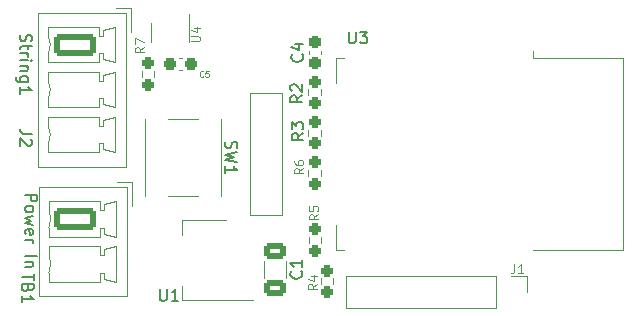
<source format=gbr>
%TF.GenerationSoftware,KiCad,Pcbnew,(6.0.9)*%
%TF.CreationDate,2022-12-13T11:25:14-05:00*%
%TF.ProjectId,ESP8266_Count,45535038-3236-4365-9f43-6f756e742e6b,v1*%
%TF.SameCoordinates,Original*%
%TF.FileFunction,Legend,Top*%
%TF.FilePolarity,Positive*%
%FSLAX46Y46*%
G04 Gerber Fmt 4.6, Leading zero omitted, Abs format (unit mm)*
G04 Created by KiCad (PCBNEW (6.0.9)) date 2022-12-13 11:25:14*
%MOMM*%
%LPD*%
G01*
G04 APERTURE LIST*
G04 Aperture macros list*
%AMRoundRect*
0 Rectangle with rounded corners*
0 $1 Rounding radius*
0 $2 $3 $4 $5 $6 $7 $8 $9 X,Y pos of 4 corners*
0 Add a 4 corners polygon primitive as box body*
4,1,4,$2,$3,$4,$5,$6,$7,$8,$9,$2,$3,0*
0 Add four circle primitives for the rounded corners*
1,1,$1+$1,$2,$3*
1,1,$1+$1,$4,$5*
1,1,$1+$1,$6,$7*
1,1,$1+$1,$8,$9*
0 Add four rect primitives between the rounded corners*
20,1,$1+$1,$2,$3,$4,$5,0*
20,1,$1+$1,$4,$5,$6,$7,0*
20,1,$1+$1,$6,$7,$8,$9,0*
20,1,$1+$1,$8,$9,$2,$3,0*%
G04 Aperture macros list end*
%ADD10C,0.100000*%
%ADD11C,0.150000*%
%ADD12C,0.120000*%
%ADD13RoundRect,0.237500X-0.237500X0.250000X-0.237500X-0.250000X0.237500X-0.250000X0.237500X0.250000X0*%
%ADD14RoundRect,0.237500X0.237500X-0.300000X0.237500X0.300000X-0.237500X0.300000X-0.237500X-0.300000X0*%
%ADD15R,1.000000X2.500000*%
%ADD16R,1.800000X1.000000*%
%ADD17RoundRect,0.237500X-0.300000X-0.237500X0.300000X-0.237500X0.300000X0.237500X-0.300000X0.237500X0*%
%ADD18R,0.510000X0.700000*%
%ADD19R,1.700000X1.700000*%
%ADD20O,1.700000X1.700000*%
%ADD21RoundRect,0.250000X-1.550000X0.650000X-1.550000X-0.650000X1.550000X-0.650000X1.550000X0.650000X0*%
%ADD22O,3.600000X1.800000*%
%ADD23C,1.700000*%
%ADD24RoundRect,0.237500X0.237500X-0.250000X0.237500X0.250000X-0.237500X0.250000X-0.237500X-0.250000X0*%
%ADD25R,1.300000X1.550000*%
%ADD26RoundRect,0.250000X-0.650000X0.412500X-0.650000X-0.412500X0.650000X-0.412500X0.650000X0.412500X0*%
%ADD27R,2.000000X1.500000*%
%ADD28R,2.000000X3.800000*%
G04 APERTURE END LIST*
D10*
%TO.C,R6*%
X134289285Y-72725000D02*
X133932142Y-72975000D01*
X134289285Y-73153571D02*
X133539285Y-73153571D01*
X133539285Y-72867857D01*
X133575000Y-72796428D01*
X133610714Y-72760714D01*
X133682142Y-72725000D01*
X133789285Y-72725000D01*
X133860714Y-72760714D01*
X133896428Y-72796428D01*
X133932142Y-72867857D01*
X133932142Y-73153571D01*
X133539285Y-72082142D02*
X133539285Y-72225000D01*
X133575000Y-72296428D01*
X133610714Y-72332142D01*
X133717857Y-72403571D01*
X133860714Y-72439285D01*
X134146428Y-72439285D01*
X134217857Y-72403571D01*
X134253571Y-72367857D01*
X134289285Y-72296428D01*
X134289285Y-72153571D01*
X134253571Y-72082142D01*
X134217857Y-72046428D01*
X134146428Y-72010714D01*
X133967857Y-72010714D01*
X133896428Y-72046428D01*
X133860714Y-72082142D01*
X133825000Y-72153571D01*
X133825000Y-72296428D01*
X133860714Y-72367857D01*
X133896428Y-72403571D01*
X133967857Y-72439285D01*
D11*
%TO.C,C4*%
X134177142Y-63079166D02*
X134224761Y-63126785D01*
X134272380Y-63269642D01*
X134272380Y-63364880D01*
X134224761Y-63507738D01*
X134129523Y-63602976D01*
X134034285Y-63650595D01*
X133843809Y-63698214D01*
X133700952Y-63698214D01*
X133510476Y-63650595D01*
X133415238Y-63602976D01*
X133320000Y-63507738D01*
X133272380Y-63364880D01*
X133272380Y-63269642D01*
X133320000Y-63126785D01*
X133367619Y-63079166D01*
X133605714Y-62222023D02*
X134272380Y-62222023D01*
X133224761Y-62460119D02*
X133939047Y-62698214D01*
X133939047Y-62079166D01*
%TO.C,U3*%
X138138095Y-61152380D02*
X138138095Y-61961904D01*
X138185714Y-62057142D01*
X138233333Y-62104761D01*
X138328571Y-62152380D01*
X138519047Y-62152380D01*
X138614285Y-62104761D01*
X138661904Y-62057142D01*
X138709523Y-61961904D01*
X138709523Y-61152380D01*
X139090476Y-61152380D02*
X139709523Y-61152380D01*
X139376190Y-61533333D01*
X139519047Y-61533333D01*
X139614285Y-61580952D01*
X139661904Y-61628571D01*
X139709523Y-61723809D01*
X139709523Y-61961904D01*
X139661904Y-62057142D01*
X139614285Y-62104761D01*
X139519047Y-62152380D01*
X139233333Y-62152380D01*
X139138095Y-62104761D01*
X139090476Y-62057142D01*
D10*
%TO.C,C5*%
X125816666Y-64928571D02*
X125792857Y-64952380D01*
X125721428Y-64976190D01*
X125673809Y-64976190D01*
X125602380Y-64952380D01*
X125554761Y-64904761D01*
X125530952Y-64857142D01*
X125507142Y-64761904D01*
X125507142Y-64690476D01*
X125530952Y-64595238D01*
X125554761Y-64547619D01*
X125602380Y-64500000D01*
X125673809Y-64476190D01*
X125721428Y-64476190D01*
X125792857Y-64500000D01*
X125816666Y-64523809D01*
X126269047Y-64476190D02*
X126030952Y-64476190D01*
X126007142Y-64714285D01*
X126030952Y-64690476D01*
X126078571Y-64666666D01*
X126197619Y-64666666D01*
X126245238Y-64690476D01*
X126269047Y-64714285D01*
X126292857Y-64761904D01*
X126292857Y-64880952D01*
X126269047Y-64928571D01*
X126245238Y-64952380D01*
X126197619Y-64976190D01*
X126078571Y-64976190D01*
X126030952Y-64952380D01*
X126007142Y-64928571D01*
%TO.C,U4*%
X124789285Y-61971428D02*
X125396428Y-61971428D01*
X125467857Y-61935714D01*
X125503571Y-61900000D01*
X125539285Y-61828571D01*
X125539285Y-61685714D01*
X125503571Y-61614285D01*
X125467857Y-61578571D01*
X125396428Y-61542857D01*
X124789285Y-61542857D01*
X125039285Y-60864285D02*
X125539285Y-60864285D01*
X124753571Y-61042857D02*
X125289285Y-61221428D01*
X125289285Y-60757142D01*
%TO.C,J1*%
X152150000Y-80839285D02*
X152150000Y-81375000D01*
X152114285Y-81482142D01*
X152042857Y-81553571D01*
X151935714Y-81589285D01*
X151864285Y-81589285D01*
X152900000Y-81589285D02*
X152471428Y-81589285D01*
X152685714Y-81589285D02*
X152685714Y-80839285D01*
X152614285Y-80946428D01*
X152542857Y-81017857D01*
X152471428Y-81053571D01*
D11*
%TO.C,J2*%
X111297619Y-69816666D02*
X110583333Y-69816666D01*
X110440476Y-69769047D01*
X110345238Y-69673809D01*
X110297619Y-69530952D01*
X110297619Y-69435714D01*
X111202380Y-70245238D02*
X111250000Y-70292857D01*
X111297619Y-70388095D01*
X111297619Y-70626190D01*
X111250000Y-70721428D01*
X111202380Y-70769047D01*
X111107142Y-70816666D01*
X111011904Y-70816666D01*
X110869047Y-70769047D01*
X110297619Y-70197619D01*
X110297619Y-70816666D01*
X110352738Y-61400000D02*
X110305119Y-61542857D01*
X110305119Y-61780952D01*
X110352738Y-61876190D01*
X110400357Y-61923809D01*
X110495595Y-61971428D01*
X110590833Y-61971428D01*
X110686071Y-61923809D01*
X110733690Y-61876190D01*
X110781309Y-61780952D01*
X110828928Y-61590476D01*
X110876547Y-61495238D01*
X110924166Y-61447619D01*
X111019404Y-61400000D01*
X111114642Y-61400000D01*
X111209880Y-61447619D01*
X111257500Y-61495238D01*
X111305119Y-61590476D01*
X111305119Y-61828571D01*
X111257500Y-61971428D01*
X110971785Y-62257142D02*
X110971785Y-62638095D01*
X111305119Y-62400000D02*
X110447976Y-62400000D01*
X110352738Y-62447619D01*
X110305119Y-62542857D01*
X110305119Y-62638095D01*
X110305119Y-62971428D02*
X110971785Y-62971428D01*
X110781309Y-62971428D02*
X110876547Y-63019047D01*
X110924166Y-63066666D01*
X110971785Y-63161904D01*
X110971785Y-63257142D01*
X110305119Y-63590476D02*
X110971785Y-63590476D01*
X111305119Y-63590476D02*
X111257500Y-63542857D01*
X111209880Y-63590476D01*
X111257500Y-63638095D01*
X111305119Y-63590476D01*
X111209880Y-63590476D01*
X110971785Y-64066666D02*
X110305119Y-64066666D01*
X110876547Y-64066666D02*
X110924166Y-64114285D01*
X110971785Y-64209523D01*
X110971785Y-64352380D01*
X110924166Y-64447619D01*
X110828928Y-64495238D01*
X110305119Y-64495238D01*
X110971785Y-65400000D02*
X110162261Y-65400000D01*
X110067023Y-65352380D01*
X110019404Y-65304761D01*
X109971785Y-65209523D01*
X109971785Y-65066666D01*
X110019404Y-64971428D01*
X110352738Y-65400000D02*
X110305119Y-65304761D01*
X110305119Y-65114285D01*
X110352738Y-65019047D01*
X110400357Y-64971428D01*
X110495595Y-64923809D01*
X110781309Y-64923809D01*
X110876547Y-64971428D01*
X110924166Y-65019047D01*
X110971785Y-65114285D01*
X110971785Y-65304761D01*
X110924166Y-65400000D01*
X110305119Y-66400000D02*
X110305119Y-65828571D01*
X110305119Y-66114285D02*
X111305119Y-66114285D01*
X111162261Y-66019047D01*
X111067023Y-65923809D01*
X111019404Y-65828571D01*
D10*
%TO.C,R5*%
X135539285Y-76625000D02*
X135182142Y-76875000D01*
X135539285Y-77053571D02*
X134789285Y-77053571D01*
X134789285Y-76767857D01*
X134825000Y-76696428D01*
X134860714Y-76660714D01*
X134932142Y-76625000D01*
X135039285Y-76625000D01*
X135110714Y-76660714D01*
X135146428Y-76696428D01*
X135182142Y-76767857D01*
X135182142Y-77053571D01*
X134789285Y-75946428D02*
X134789285Y-76303571D01*
X135146428Y-76339285D01*
X135110714Y-76303571D01*
X135075000Y-76232142D01*
X135075000Y-76053571D01*
X135110714Y-75982142D01*
X135146428Y-75946428D01*
X135217857Y-75910714D01*
X135396428Y-75910714D01*
X135467857Y-75946428D01*
X135503571Y-75982142D01*
X135539285Y-76053571D01*
X135539285Y-76232142D01*
X135503571Y-76303571D01*
X135467857Y-76339285D01*
D11*
%TO.C,TB1*%
X111447619Y-81638095D02*
X111447619Y-82209523D01*
X110447619Y-81923809D02*
X111447619Y-81923809D01*
X110971428Y-82876190D02*
X110923809Y-83019047D01*
X110876190Y-83066666D01*
X110780952Y-83114285D01*
X110638095Y-83114285D01*
X110542857Y-83066666D01*
X110495238Y-83019047D01*
X110447619Y-82923809D01*
X110447619Y-82542857D01*
X111447619Y-82542857D01*
X111447619Y-82876190D01*
X111400000Y-82971428D01*
X111352380Y-83019047D01*
X111257142Y-83066666D01*
X111161904Y-83066666D01*
X111066666Y-83019047D01*
X111019047Y-82971428D01*
X110971428Y-82876190D01*
X110971428Y-82542857D01*
X110447619Y-84066666D02*
X110447619Y-83495238D01*
X110447619Y-83780952D02*
X111447619Y-83780952D01*
X111304761Y-83685714D01*
X111209523Y-83590476D01*
X111161904Y-83495238D01*
X110747619Y-74952380D02*
X111747619Y-74952380D01*
X111747619Y-75333333D01*
X111700000Y-75428571D01*
X111652380Y-75476190D01*
X111557142Y-75523809D01*
X111414285Y-75523809D01*
X111319047Y-75476190D01*
X111271428Y-75428571D01*
X111223809Y-75333333D01*
X111223809Y-74952380D01*
X110747619Y-76095238D02*
X110795238Y-76000000D01*
X110842857Y-75952380D01*
X110938095Y-75904761D01*
X111223809Y-75904761D01*
X111319047Y-75952380D01*
X111366666Y-76000000D01*
X111414285Y-76095238D01*
X111414285Y-76238095D01*
X111366666Y-76333333D01*
X111319047Y-76380952D01*
X111223809Y-76428571D01*
X110938095Y-76428571D01*
X110842857Y-76380952D01*
X110795238Y-76333333D01*
X110747619Y-76238095D01*
X110747619Y-76095238D01*
X111414285Y-76761904D02*
X110747619Y-76952380D01*
X111223809Y-77142857D01*
X110747619Y-77333333D01*
X111414285Y-77523809D01*
X110795238Y-78285714D02*
X110747619Y-78190476D01*
X110747619Y-78000000D01*
X110795238Y-77904761D01*
X110890476Y-77857142D01*
X111271428Y-77857142D01*
X111366666Y-77904761D01*
X111414285Y-78000000D01*
X111414285Y-78190476D01*
X111366666Y-78285714D01*
X111271428Y-78333333D01*
X111176190Y-78333333D01*
X111080952Y-77857142D01*
X110747619Y-78761904D02*
X111414285Y-78761904D01*
X111223809Y-78761904D02*
X111319047Y-78809523D01*
X111366666Y-78857142D01*
X111414285Y-78952380D01*
X111414285Y-79047619D01*
X110747619Y-80142857D02*
X111747619Y-80142857D01*
X111414285Y-80619047D02*
X110747619Y-80619047D01*
X111319047Y-80619047D02*
X111366666Y-80666666D01*
X111414285Y-80761904D01*
X111414285Y-80904761D01*
X111366666Y-81000000D01*
X111271428Y-81047619D01*
X110747619Y-81047619D01*
%TO.C,R3*%
X134302380Y-69754166D02*
X133826190Y-70087500D01*
X134302380Y-70325595D02*
X133302380Y-70325595D01*
X133302380Y-69944642D01*
X133350000Y-69849404D01*
X133397619Y-69801785D01*
X133492857Y-69754166D01*
X133635714Y-69754166D01*
X133730952Y-69801785D01*
X133778571Y-69849404D01*
X133826190Y-69944642D01*
X133826190Y-70325595D01*
X133302380Y-69420833D02*
X133302380Y-68801785D01*
X133683333Y-69135119D01*
X133683333Y-68992261D01*
X133730952Y-68897023D01*
X133778571Y-68849404D01*
X133873809Y-68801785D01*
X134111904Y-68801785D01*
X134207142Y-68849404D01*
X134254761Y-68897023D01*
X134302380Y-68992261D01*
X134302380Y-69277976D01*
X134254761Y-69373214D01*
X134207142Y-69420833D01*
%TO.C,SW1*%
X127745238Y-70466666D02*
X127697619Y-70609523D01*
X127697619Y-70847619D01*
X127745238Y-70942857D01*
X127792857Y-70990476D01*
X127888095Y-71038095D01*
X127983333Y-71038095D01*
X128078571Y-70990476D01*
X128126190Y-70942857D01*
X128173809Y-70847619D01*
X128221428Y-70657142D01*
X128269047Y-70561904D01*
X128316666Y-70514285D01*
X128411904Y-70466666D01*
X128507142Y-70466666D01*
X128602380Y-70514285D01*
X128650000Y-70561904D01*
X128697619Y-70657142D01*
X128697619Y-70895238D01*
X128650000Y-71038095D01*
X128697619Y-71371428D02*
X127697619Y-71609523D01*
X128411904Y-71800000D01*
X127697619Y-71990476D01*
X128697619Y-72228571D01*
X127697619Y-73133333D02*
X127697619Y-72561904D01*
X127697619Y-72847619D02*
X128697619Y-72847619D01*
X128554761Y-72752380D01*
X128459523Y-72657142D01*
X128411904Y-72561904D01*
%TO.C,C1*%
X134107142Y-81441666D02*
X134154761Y-81489285D01*
X134202380Y-81632142D01*
X134202380Y-81727380D01*
X134154761Y-81870238D01*
X134059523Y-81965476D01*
X133964285Y-82013095D01*
X133773809Y-82060714D01*
X133630952Y-82060714D01*
X133440476Y-82013095D01*
X133345238Y-81965476D01*
X133250000Y-81870238D01*
X133202380Y-81727380D01*
X133202380Y-81632142D01*
X133250000Y-81489285D01*
X133297619Y-81441666D01*
X134202380Y-80489285D02*
X134202380Y-81060714D01*
X134202380Y-80775000D02*
X133202380Y-80775000D01*
X133345238Y-80870238D01*
X133440476Y-80965476D01*
X133488095Y-81060714D01*
%TO.C,U1*%
X122138095Y-82952380D02*
X122138095Y-83761904D01*
X122185714Y-83857142D01*
X122233333Y-83904761D01*
X122328571Y-83952380D01*
X122519047Y-83952380D01*
X122614285Y-83904761D01*
X122661904Y-83857142D01*
X122709523Y-83761904D01*
X122709523Y-82952380D01*
X123709523Y-83952380D02*
X123138095Y-83952380D01*
X123423809Y-83952380D02*
X123423809Y-82952380D01*
X123328571Y-83095238D01*
X123233333Y-83190476D01*
X123138095Y-83238095D01*
D10*
%TO.C,R7*%
X120789285Y-62475000D02*
X120432142Y-62725000D01*
X120789285Y-62903571D02*
X120039285Y-62903571D01*
X120039285Y-62617857D01*
X120075000Y-62546428D01*
X120110714Y-62510714D01*
X120182142Y-62475000D01*
X120289285Y-62475000D01*
X120360714Y-62510714D01*
X120396428Y-62546428D01*
X120432142Y-62617857D01*
X120432142Y-62903571D01*
X120039285Y-62225000D02*
X120039285Y-61725000D01*
X120789285Y-62046428D01*
D11*
%TO.C,R2*%
X134202380Y-66554166D02*
X133726190Y-66887500D01*
X134202380Y-67125595D02*
X133202380Y-67125595D01*
X133202380Y-66744642D01*
X133250000Y-66649404D01*
X133297619Y-66601785D01*
X133392857Y-66554166D01*
X133535714Y-66554166D01*
X133630952Y-66601785D01*
X133678571Y-66649404D01*
X133726190Y-66744642D01*
X133726190Y-67125595D01*
X133297619Y-66173214D02*
X133250000Y-66125595D01*
X133202380Y-66030357D01*
X133202380Y-65792261D01*
X133250000Y-65697023D01*
X133297619Y-65649404D01*
X133392857Y-65601785D01*
X133488095Y-65601785D01*
X133630952Y-65649404D01*
X134202380Y-66220833D01*
X134202380Y-65601785D01*
D10*
%TO.C,R4*%
X135439285Y-82525000D02*
X135082142Y-82775000D01*
X135439285Y-82953571D02*
X134689285Y-82953571D01*
X134689285Y-82667857D01*
X134725000Y-82596428D01*
X134760714Y-82560714D01*
X134832142Y-82525000D01*
X134939285Y-82525000D01*
X135010714Y-82560714D01*
X135046428Y-82596428D01*
X135082142Y-82667857D01*
X135082142Y-82953571D01*
X134939285Y-81882142D02*
X135439285Y-81882142D01*
X134653571Y-82060714D02*
X135189285Y-82239285D01*
X135189285Y-81775000D01*
D12*
%TO.C,R6*%
X134727500Y-72845276D02*
X134727500Y-73354724D01*
X135772500Y-72845276D02*
X135772500Y-73354724D01*
%TO.C,C4*%
X134740000Y-63058767D02*
X134740000Y-62766233D01*
X135760000Y-63058767D02*
X135760000Y-62766233D01*
%TO.C,U3*%
X137080000Y-65512500D02*
X137080000Y-63392500D01*
X137700000Y-79632500D02*
X137080000Y-79632500D01*
X137080000Y-63392500D02*
X137700000Y-63392500D01*
X161320000Y-63392500D02*
X161320000Y-79632500D01*
X161320000Y-79632500D02*
X153700000Y-79632500D01*
X137080000Y-79632500D02*
X137080000Y-77512500D01*
X153700000Y-63392500D02*
X161320000Y-63392500D01*
X153700000Y-63392500D02*
X153700000Y-62782500D01*
%TO.C,C5*%
X123753733Y-64410000D02*
X124046267Y-64410000D01*
X123753733Y-63390000D02*
X124046267Y-63390000D01*
%TO.C,U4*%
X124600000Y-62000000D02*
X124600000Y-59700000D01*
X121400000Y-60400000D02*
X121400000Y-62000000D01*
%TO.C,J1*%
X150630000Y-84530000D02*
X137870000Y-84530000D01*
X150630000Y-81870000D02*
X150630000Y-84530000D01*
X153230000Y-81870000D02*
X153230000Y-83200000D01*
X150630000Y-81870000D02*
X137870000Y-81870000D01*
X151900000Y-81870000D02*
X153230000Y-81870000D01*
X137870000Y-81870000D02*
X137870000Y-84530000D01*
%TO.C,J2*%
X117357500Y-71120000D02*
X117357500Y-70620000D01*
X118357500Y-71370000D02*
X117357500Y-71120000D01*
X119317500Y-72580000D02*
X119317500Y-59540000D01*
X118357500Y-60750000D02*
X118357500Y-63750000D01*
X117357500Y-63000000D02*
X117007500Y-63000000D01*
X112707500Y-69120000D02*
X112707500Y-68370000D01*
X117357500Y-65310000D02*
X117357500Y-64810000D01*
X117357500Y-63500000D02*
X117357500Y-63000000D01*
X118457500Y-59150000D02*
X119707500Y-59150000D01*
X117357500Y-61000000D02*
X118357500Y-60750000D01*
X117357500Y-64810000D02*
X118357500Y-64560000D01*
X111847500Y-72580000D02*
X119317500Y-72580000D01*
X117007500Y-63000000D02*
X117007500Y-63750000D01*
X119707500Y-59150000D02*
X119707500Y-61150000D01*
X112707500Y-60750000D02*
X117007500Y-60750000D01*
X117007500Y-64560000D02*
X117007500Y-65310000D01*
X112707500Y-65310000D02*
X112707500Y-64560000D01*
X117357500Y-66810000D02*
X117007500Y-66810000D01*
X112707500Y-71370000D02*
X112707500Y-70620000D01*
X117007500Y-63750000D02*
X112707500Y-63750000D01*
X112707500Y-64560000D02*
X117007500Y-64560000D01*
X117007500Y-66810000D02*
X117007500Y-67560000D01*
X118357500Y-68370000D02*
X118357500Y-71370000D01*
X118357500Y-67560000D02*
X117357500Y-67310000D01*
X112707500Y-68370000D02*
X117007500Y-68370000D01*
X112707500Y-67560000D02*
X112707500Y-66810000D01*
X118357500Y-63750000D02*
X117357500Y-63500000D01*
X118357500Y-64560000D02*
X118357500Y-67560000D01*
X117357500Y-70620000D02*
X117007500Y-70620000D01*
X112707500Y-63750000D02*
X112707500Y-63000000D01*
X117007500Y-68370000D02*
X117007500Y-69120000D01*
X117007500Y-71370000D02*
X112707500Y-71370000D01*
X112707500Y-61500000D02*
X112707500Y-60750000D01*
X117007500Y-65310000D02*
X117357500Y-65310000D01*
X119317500Y-59540000D02*
X111847500Y-59540000D01*
X117007500Y-60750000D02*
X117007500Y-61500000D01*
X117357500Y-61500000D02*
X117357500Y-61000000D01*
X117357500Y-68620000D02*
X118357500Y-68370000D01*
X117007500Y-69120000D02*
X117357500Y-69120000D01*
X117007500Y-67560000D02*
X112707500Y-67560000D01*
X117007500Y-61500000D02*
X117357500Y-61500000D01*
X117357500Y-69120000D02*
X117357500Y-68620000D01*
X111847500Y-59540000D02*
X111847500Y-72580000D01*
X117357500Y-67310000D02*
X117357500Y-66810000D01*
X117007500Y-70620000D02*
X117007500Y-71370000D01*
X112707655Y-70619647D02*
G75*
G03*
X112707500Y-69120000I-1700155J749647D01*
G01*
X112707655Y-66809647D02*
G75*
G03*
X112707500Y-65310000I-1700155J749647D01*
G01*
X112707655Y-62999647D02*
G75*
G03*
X112707500Y-61500000I-1700155J749647D01*
G01*
%TO.C,J3*%
X132460000Y-76690000D02*
X129740000Y-76690000D01*
X132460000Y-76690000D02*
X132460000Y-66310000D01*
X132460000Y-66310000D02*
X129740000Y-66310000D01*
X129740000Y-66310000D02*
X129740000Y-76690000D01*
%TO.C,R5*%
X135822500Y-79054724D02*
X135822500Y-78545276D01*
X134777500Y-79054724D02*
X134777500Y-78545276D01*
%TO.C,TB1*%
X112750000Y-79310000D02*
X117050000Y-79310000D01*
X117400000Y-79560000D02*
X118400000Y-79310000D01*
X117050000Y-82310000D02*
X112750000Y-82310000D01*
X112750000Y-82310000D02*
X112750000Y-81560000D01*
X117400000Y-82060000D02*
X117400000Y-81560000D01*
X118500000Y-73900000D02*
X119750000Y-73900000D01*
X111890000Y-83520000D02*
X119360000Y-83520000D01*
X118400000Y-82310000D02*
X117400000Y-82060000D01*
X112750000Y-80060000D02*
X112750000Y-79310000D01*
X117400000Y-77750000D02*
X117050000Y-77750000D01*
X117050000Y-79310000D02*
X117050000Y-80060000D01*
X118400000Y-78500000D02*
X117400000Y-78250000D01*
X117050000Y-80060000D02*
X117400000Y-80060000D01*
X117400000Y-80060000D02*
X117400000Y-79560000D01*
X118400000Y-79310000D02*
X118400000Y-82310000D01*
X117050000Y-78500000D02*
X112750000Y-78500000D01*
X119750000Y-73900000D02*
X119750000Y-75900000D01*
X112750000Y-75500000D02*
X117050000Y-75500000D01*
X119360000Y-74290000D02*
X111890000Y-74290000D01*
X117050000Y-77750000D02*
X117050000Y-78500000D01*
X117400000Y-76250000D02*
X117400000Y-75750000D01*
X117400000Y-81560000D02*
X117050000Y-81560000D01*
X117050000Y-75500000D02*
X117050000Y-76250000D01*
X117400000Y-75750000D02*
X118400000Y-75500000D01*
X111890000Y-74290000D02*
X111890000Y-83520000D01*
X117050000Y-76250000D02*
X117400000Y-76250000D01*
X117050000Y-81560000D02*
X117050000Y-82310000D01*
X117400000Y-78250000D02*
X117400000Y-77750000D01*
X112750000Y-78500000D02*
X112750000Y-77750000D01*
X112750000Y-76250000D02*
X112750000Y-75500000D01*
X118400000Y-75500000D02*
X118400000Y-78500000D01*
X119360000Y-83520000D02*
X119360000Y-74290000D01*
X112750155Y-77749647D02*
G75*
G03*
X112750000Y-76250000I-1700155J749647D01*
G01*
X112750155Y-81559647D02*
G75*
G03*
X112750000Y-80060000I-1700155J749647D01*
G01*
%TO.C,R3*%
X134727500Y-69445276D02*
X134727500Y-69954724D01*
X135772500Y-69445276D02*
X135772500Y-69954724D01*
%TO.C,SW1*%
X127330000Y-68570000D02*
X127330000Y-75030000D01*
X125400000Y-68570000D02*
X122800000Y-68570000D01*
X120870000Y-68570000D02*
X120870000Y-75030000D01*
X120870000Y-75030000D02*
X120900000Y-75030000D01*
X127330000Y-75030000D02*
X127300000Y-75030000D01*
X125400000Y-75030000D02*
X122800000Y-75030000D01*
X127300000Y-68570000D02*
X127330000Y-68570000D01*
X120870000Y-68570000D02*
X120900000Y-68570000D01*
%TO.C,C1*%
X132810000Y-80563748D02*
X132810000Y-81986252D01*
X130990000Y-80563748D02*
X130990000Y-81986252D01*
%TO.C,U1*%
X127750000Y-77090000D02*
X123990000Y-77090000D01*
X123990000Y-77090000D02*
X123990000Y-78350000D01*
X130000000Y-83910000D02*
X123990000Y-83910000D01*
X123990000Y-83910000D02*
X123990000Y-82650000D01*
%TO.C,R7*%
X121672500Y-65004724D02*
X121672500Y-64495276D01*
X120627500Y-65004724D02*
X120627500Y-64495276D01*
%TO.C,R2*%
X134727500Y-66045276D02*
X134727500Y-66554724D01*
X135772500Y-66045276D02*
X135772500Y-66554724D01*
%TO.C,R4*%
X135777500Y-82554724D02*
X135777500Y-82045276D01*
X136822500Y-82554724D02*
X136822500Y-82045276D01*
%TD*%
%LPC*%
D13*
%TO.C,R6*%
X135250000Y-72187500D03*
X135250000Y-74012500D03*
%TD*%
D14*
%TO.C,C4*%
X135250000Y-63775000D03*
X135250000Y-62050000D03*
%TD*%
D15*
%TO.C,U3*%
X152700000Y-63912500D03*
X150700000Y-63912500D03*
X148700000Y-63912500D03*
X146700000Y-63912500D03*
X144700000Y-63912500D03*
X142700000Y-63912500D03*
X140700000Y-63912500D03*
X138700000Y-63912500D03*
D16*
X137200000Y-66512500D03*
X137200000Y-68512500D03*
X137200000Y-70512500D03*
X137200000Y-72512500D03*
X137200000Y-74512500D03*
X137200000Y-76512500D03*
D15*
X138700000Y-79112500D03*
X140700000Y-79112500D03*
X142700000Y-79112500D03*
X144700000Y-79112500D03*
X146700000Y-79112500D03*
X148700000Y-79112500D03*
X150700000Y-79112500D03*
X152700000Y-79112500D03*
%TD*%
D17*
%TO.C,C5*%
X123037500Y-63900000D03*
X124762500Y-63900000D03*
%TD*%
D18*
%TO.C,U4*%
X123950000Y-60040000D03*
X123000000Y-60040000D03*
X122050000Y-60040000D03*
X122050000Y-62360000D03*
X123950000Y-62360000D03*
%TD*%
D19*
%TO.C,J1*%
X151900000Y-83200000D03*
D20*
X149360000Y-83200000D03*
X146820000Y-83200000D03*
X144280000Y-83200000D03*
X141740000Y-83200000D03*
X139200000Y-83200000D03*
%TD*%
D21*
%TO.C,J2*%
X114957500Y-62250000D03*
D22*
X114957500Y-66060000D03*
X114957500Y-69870000D03*
%TD*%
D23*
%TO.C,J3*%
X131100000Y-67700000D03*
X131100000Y-70200000D03*
X131100000Y-72800000D03*
X131100000Y-75300000D03*
%TD*%
D24*
%TO.C,R5*%
X135300000Y-79712500D03*
X135300000Y-77887500D03*
%TD*%
D21*
%TO.C,TB1*%
X115000000Y-77000000D03*
D22*
X115000000Y-80810000D03*
%TD*%
D13*
%TO.C,R3*%
X135250000Y-68787500D03*
X135250000Y-70612500D03*
%TD*%
D25*
%TO.C,SW1*%
X126350000Y-67825000D03*
X126350000Y-75775000D03*
X121850000Y-75775000D03*
X121850000Y-67825000D03*
%TD*%
D26*
%TO.C,C1*%
X131900000Y-79712500D03*
X131900000Y-82837500D03*
%TD*%
D27*
%TO.C,U1*%
X129050000Y-82800000D03*
X129050000Y-80500000D03*
D28*
X122750000Y-80500000D03*
D27*
X129050000Y-78200000D03*
%TD*%
D24*
%TO.C,R7*%
X121150000Y-65662500D03*
X121150000Y-63837500D03*
%TD*%
D13*
%TO.C,R2*%
X135250000Y-65387500D03*
X135250000Y-67212500D03*
%TD*%
D24*
%TO.C,R4*%
X136300000Y-83212500D03*
X136300000Y-81387500D03*
%TD*%
M02*

</source>
